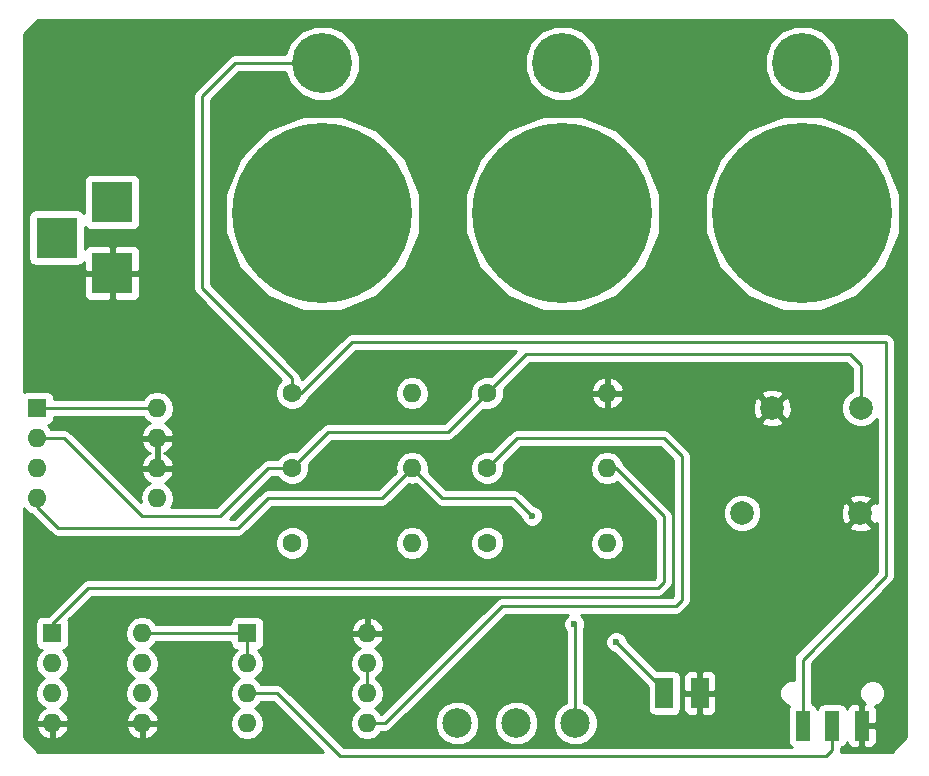
<source format=gbr>
G04 #@! TF.FileFunction,Copper,L1,Top,Signal*
%FSLAX46Y46*%
G04 Gerber Fmt 4.6, Leading zero omitted, Abs format (unit mm)*
G04 Created by KiCad (PCBNEW 4.0.7) date 01/14/20 09:17:38*
%MOMM*%
%LPD*%
G01*
G04 APERTURE LIST*
%ADD10C,0.100000*%
%ADD11R,1.600000X1.600000*%
%ADD12O,1.600000X1.600000*%
%ADD13C,2.000000*%
%ADD14R,1.500000X2.600000*%
%ADD15C,15.240000*%
%ADD16C,5.080000*%
%ADD17R,3.500000X3.500000*%
%ADD18C,1.600000*%
%ADD19C,2.500000*%
%ADD20R,1.250000X2.500000*%
%ADD21C,0.600000*%
%ADD22C,0.250000*%
%ADD23C,0.254000*%
G04 APERTURE END LIST*
D10*
D11*
X121920000Y-113030000D03*
D12*
X129540000Y-120650000D03*
X121920000Y-115570000D03*
X129540000Y-118110000D03*
X121920000Y-118110000D03*
X129540000Y-115570000D03*
X121920000Y-120650000D03*
X129540000Y-113030000D03*
D13*
X182880000Y-93980000D03*
X190380000Y-93980000D03*
X180340000Y-102870000D03*
X190340000Y-102870000D03*
D11*
X138430000Y-113030000D03*
D12*
X148590000Y-120650000D03*
X138430000Y-115570000D03*
X148590000Y-118110000D03*
X138430000Y-118110000D03*
X148590000Y-115570000D03*
X138430000Y-120650000D03*
X148590000Y-113030000D03*
D14*
X173760000Y-118110000D03*
X176760000Y-118110000D03*
D15*
X144780000Y-77470000D03*
D16*
X144780000Y-64770000D03*
D15*
X165100000Y-77470000D03*
D16*
X165100000Y-64770000D03*
D15*
X185420000Y-77470000D03*
D16*
X185420000Y-64770000D03*
D17*
X127000000Y-82550000D03*
X127000000Y-76550000D03*
X122300000Y-79550000D03*
D11*
X120650000Y-93980000D03*
D12*
X130810000Y-101600000D03*
X120650000Y-96520000D03*
X130810000Y-99060000D03*
X120650000Y-99060000D03*
X130810000Y-96520000D03*
X120650000Y-101600000D03*
X130810000Y-93980000D03*
D18*
X142240000Y-92710000D03*
D12*
X152400000Y-92710000D03*
D18*
X158750000Y-92710000D03*
D12*
X168910000Y-92710000D03*
D18*
X142240000Y-99060000D03*
D12*
X152400000Y-99060000D03*
D18*
X158750000Y-99060000D03*
D12*
X168910000Y-99060000D03*
D18*
X142240000Y-105410000D03*
D12*
X152400000Y-105410000D03*
D18*
X158750000Y-105410000D03*
D12*
X168910000Y-105410000D03*
D19*
X161210000Y-120650000D03*
X166210000Y-120650000D03*
X156210000Y-120650000D03*
D20*
X190460000Y-120860000D03*
X187960000Y-120860000D03*
X185460000Y-120860000D03*
D21*
X169672000Y-113792000D03*
X152400000Y-105410000D03*
X162560000Y-103124000D03*
X166116000Y-112268000D03*
D22*
X121920000Y-113030000D02*
X121920000Y-112268000D01*
X121920000Y-112268000D02*
X124968000Y-109220000D01*
X124968000Y-109220000D02*
X173228000Y-109220000D01*
X173228000Y-109220000D02*
X173736000Y-108712000D01*
X173736000Y-108712000D02*
X173736000Y-103124000D01*
X173736000Y-103124000D02*
X169672000Y-99060000D01*
X169672000Y-99060000D02*
X168910000Y-99060000D01*
X138430000Y-115570000D02*
X138430000Y-113030000D01*
X129540000Y-113030000D02*
X138430000Y-113030000D01*
X120650000Y-96520000D02*
X122936000Y-96520000D01*
X140208000Y-99060000D02*
X142240000Y-99060000D01*
X136144000Y-103124000D02*
X140208000Y-99060000D01*
X129540000Y-103124000D02*
X136144000Y-103124000D01*
X122936000Y-96520000D02*
X129540000Y-103124000D01*
X158750000Y-92710000D02*
X155448000Y-96012000D01*
X145288000Y-96012000D02*
X142240000Y-99060000D01*
X155448000Y-96012000D02*
X145288000Y-96012000D01*
X190380000Y-93980000D02*
X190380000Y-90304000D01*
X162052000Y-89408000D02*
X158750000Y-92710000D01*
X189484000Y-89408000D02*
X162052000Y-89408000D01*
X190380000Y-90304000D02*
X189484000Y-89408000D01*
X148590000Y-120650000D02*
X150114000Y-120650000D01*
X161290000Y-96520000D02*
X158750000Y-99060000D01*
X173736000Y-96520000D02*
X161290000Y-96520000D01*
X175260000Y-98044000D02*
X173736000Y-96520000D01*
X175260000Y-110236000D02*
X175260000Y-98044000D01*
X174752000Y-110744000D02*
X175260000Y-110236000D01*
X160020000Y-110744000D02*
X174752000Y-110744000D01*
X150114000Y-120650000D02*
X160020000Y-110744000D01*
X148590000Y-118110000D02*
X148590000Y-115570000D01*
X138430000Y-118110000D02*
X140970000Y-118110000D01*
X187960000Y-122936000D02*
X187960000Y-120860000D01*
X187452000Y-123444000D02*
X187960000Y-122936000D01*
X146304000Y-123444000D02*
X187452000Y-123444000D01*
X140970000Y-118110000D02*
X146304000Y-123444000D01*
X173760000Y-118110000D02*
X173760000Y-117880000D01*
X173760000Y-117880000D02*
X169672000Y-113792000D01*
X185460000Y-120860000D02*
X185460000Y-115276000D01*
X147320000Y-88392000D02*
X143002000Y-92710000D01*
X192532000Y-88392000D02*
X147320000Y-88392000D01*
X192532000Y-108204000D02*
X192532000Y-88392000D01*
X185460000Y-115276000D02*
X192532000Y-108204000D01*
X143002000Y-92710000D02*
X142240000Y-92710000D01*
X142240000Y-92710000D02*
X142240000Y-91440000D01*
X137414000Y-64770000D02*
X144780000Y-64770000D01*
X134620000Y-67564000D02*
X137414000Y-64770000D01*
X134620000Y-83820000D02*
X134620000Y-67564000D01*
X142240000Y-91440000D02*
X134620000Y-83820000D01*
X120650000Y-93980000D02*
X130810000Y-93980000D01*
X166210000Y-120650000D02*
X166210000Y-112362000D01*
X154940000Y-101600000D02*
X152400000Y-99060000D01*
X161036000Y-101600000D02*
X154940000Y-101600000D01*
X162560000Y-103124000D02*
X161036000Y-101600000D01*
X166210000Y-112362000D02*
X166116000Y-112268000D01*
X120650000Y-101600000D02*
X120650000Y-102362000D01*
X120650000Y-102362000D02*
X122428000Y-104140000D01*
X122428000Y-104140000D02*
X137668000Y-104140000D01*
X137668000Y-104140000D02*
X140208000Y-101600000D01*
X140208000Y-101600000D02*
X149860000Y-101600000D01*
X149860000Y-101600000D02*
X152400000Y-99060000D01*
D23*
G36*
X194183000Y-62282606D02*
X194183000Y-121867394D01*
X192987394Y-123063000D01*
X188694738Y-123063000D01*
X188720000Y-122936000D01*
X188720000Y-122732038D01*
X188820317Y-122713162D01*
X189036441Y-122574090D01*
X189181431Y-122361890D01*
X189204609Y-122247436D01*
X189296673Y-122469699D01*
X189475302Y-122648327D01*
X189708691Y-122745000D01*
X190174250Y-122745000D01*
X190333000Y-122586250D01*
X190333000Y-120987000D01*
X190587000Y-120987000D01*
X190587000Y-122586250D01*
X190745750Y-122745000D01*
X191211309Y-122745000D01*
X191444698Y-122648327D01*
X191623327Y-122469699D01*
X191720000Y-122236310D01*
X191720000Y-121145750D01*
X191561250Y-120987000D01*
X190587000Y-120987000D01*
X190333000Y-120987000D01*
X190313000Y-120987000D01*
X190313000Y-120733000D01*
X190333000Y-120733000D01*
X190333000Y-119133750D01*
X190174250Y-118975000D01*
X189708691Y-118975000D01*
X189475302Y-119071673D01*
X189296673Y-119250301D01*
X189205964Y-119469292D01*
X189188162Y-119374683D01*
X189049090Y-119158559D01*
X188836890Y-119013569D01*
X188585000Y-118962560D01*
X187335000Y-118962560D01*
X187099683Y-119006838D01*
X186883559Y-119145910D01*
X186738569Y-119358110D01*
X186710824Y-119495120D01*
X186688162Y-119374683D01*
X186549090Y-119158559D01*
X186336890Y-119013569D01*
X186220000Y-118989898D01*
X186220000Y-118324873D01*
X190274812Y-118324873D01*
X190439646Y-118723800D01*
X190718055Y-119002695D01*
X190587000Y-119133750D01*
X190587000Y-120733000D01*
X191561250Y-120733000D01*
X191720000Y-120574250D01*
X191720000Y-119483690D01*
X191623327Y-119250301D01*
X191568208Y-119195182D01*
X191574873Y-119195188D01*
X191973800Y-119030354D01*
X192279282Y-118725405D01*
X192444811Y-118326767D01*
X192445188Y-117895127D01*
X192280354Y-117496200D01*
X191975405Y-117190718D01*
X191576767Y-117025189D01*
X191145127Y-117024812D01*
X190746200Y-117189646D01*
X190440718Y-117494595D01*
X190275189Y-117893233D01*
X190274812Y-118324873D01*
X186220000Y-118324873D01*
X186220000Y-115590802D01*
X193069401Y-108741401D01*
X193234148Y-108494840D01*
X193292000Y-108204000D01*
X193292000Y-88392000D01*
X193234148Y-88101161D01*
X193069401Y-87854599D01*
X192822839Y-87689852D01*
X192532000Y-87632000D01*
X147320000Y-87632000D01*
X147029161Y-87689852D01*
X146782599Y-87854599D01*
X143098434Y-91538764D01*
X143053923Y-91494176D01*
X143000000Y-91471785D01*
X143000000Y-91440000D01*
X142942148Y-91149161D01*
X142942148Y-91149160D01*
X142777401Y-90902599D01*
X135380000Y-83505198D01*
X135380000Y-79104817D01*
X136523570Y-79104817D01*
X137777671Y-82139973D01*
X140097813Y-84464168D01*
X143130775Y-85723564D01*
X146414817Y-85726430D01*
X149449973Y-84472329D01*
X151774168Y-82152187D01*
X153033564Y-79119225D01*
X153033576Y-79104817D01*
X156843570Y-79104817D01*
X158097671Y-82139973D01*
X160417813Y-84464168D01*
X163450775Y-85723564D01*
X166734817Y-85726430D01*
X169769973Y-84472329D01*
X172094168Y-82152187D01*
X173353564Y-79119225D01*
X173353576Y-79104817D01*
X177163570Y-79104817D01*
X178417671Y-82139973D01*
X180737813Y-84464168D01*
X183770775Y-85723564D01*
X187054817Y-85726430D01*
X190089973Y-84472329D01*
X192414168Y-82152187D01*
X193673564Y-79119225D01*
X193676430Y-75835183D01*
X192422329Y-72800027D01*
X190102187Y-70475832D01*
X187069225Y-69216436D01*
X183785183Y-69213570D01*
X180750027Y-70467671D01*
X178425832Y-72787813D01*
X177166436Y-75820775D01*
X177163570Y-79104817D01*
X173353576Y-79104817D01*
X173356430Y-75835183D01*
X172102329Y-72800027D01*
X169782187Y-70475832D01*
X166749225Y-69216436D01*
X163465183Y-69213570D01*
X160430027Y-70467671D01*
X158105832Y-72787813D01*
X156846436Y-75820775D01*
X156843570Y-79104817D01*
X153033576Y-79104817D01*
X153036430Y-75835183D01*
X151782329Y-72800027D01*
X149462187Y-70475832D01*
X146429225Y-69216436D01*
X143145183Y-69213570D01*
X140110027Y-70467671D01*
X137785832Y-72787813D01*
X136526436Y-75820775D01*
X136523570Y-79104817D01*
X135380000Y-79104817D01*
X135380000Y-67878802D01*
X137728802Y-65530000D01*
X141658671Y-65530000D01*
X142086796Y-66566143D01*
X142979159Y-67460065D01*
X144145683Y-67944448D01*
X145408776Y-67945550D01*
X146576143Y-67463204D01*
X147470065Y-66570841D01*
X147954448Y-65404317D01*
X147954452Y-65398776D01*
X161924450Y-65398776D01*
X162406796Y-66566143D01*
X163299159Y-67460065D01*
X164465683Y-67944448D01*
X165728776Y-67945550D01*
X166896143Y-67463204D01*
X167790065Y-66570841D01*
X168274448Y-65404317D01*
X168274452Y-65398776D01*
X182244450Y-65398776D01*
X182726796Y-66566143D01*
X183619159Y-67460065D01*
X184785683Y-67944448D01*
X186048776Y-67945550D01*
X187216143Y-67463204D01*
X188110065Y-66570841D01*
X188594448Y-65404317D01*
X188595550Y-64141224D01*
X188113204Y-62973857D01*
X187220841Y-62079935D01*
X186054317Y-61595552D01*
X184791224Y-61594450D01*
X183623857Y-62076796D01*
X182729935Y-62969159D01*
X182245552Y-64135683D01*
X182244450Y-65398776D01*
X168274452Y-65398776D01*
X168275550Y-64141224D01*
X167793204Y-62973857D01*
X166900841Y-62079935D01*
X165734317Y-61595552D01*
X164471224Y-61594450D01*
X163303857Y-62076796D01*
X162409935Y-62969159D01*
X161925552Y-64135683D01*
X161924450Y-65398776D01*
X147954452Y-65398776D01*
X147955550Y-64141224D01*
X147473204Y-62973857D01*
X146580841Y-62079935D01*
X145414317Y-61595552D01*
X144151224Y-61594450D01*
X142983857Y-62076796D01*
X142089935Y-62969159D01*
X141657740Y-64010000D01*
X137414000Y-64010000D01*
X137123161Y-64067852D01*
X136876599Y-64232599D01*
X134082599Y-67026599D01*
X133917852Y-67273161D01*
X133860000Y-67564000D01*
X133860000Y-83820000D01*
X133917852Y-84110839D01*
X134082599Y-84357401D01*
X141322986Y-91597788D01*
X141024176Y-91896077D01*
X140805250Y-92423309D01*
X140804752Y-92994187D01*
X141022757Y-93521800D01*
X141426077Y-93925824D01*
X141953309Y-94144750D01*
X142524187Y-94145248D01*
X143051800Y-93927243D01*
X143455824Y-93523923D01*
X143592833Y-93193969D01*
X144076802Y-92710000D01*
X150936887Y-92710000D01*
X151046120Y-93259151D01*
X151357189Y-93724698D01*
X151822736Y-94035767D01*
X152371887Y-94145000D01*
X152428113Y-94145000D01*
X152977264Y-94035767D01*
X153442811Y-93724698D01*
X153753880Y-93259151D01*
X153863113Y-92710000D01*
X153753880Y-92160849D01*
X153442811Y-91695302D01*
X152977264Y-91384233D01*
X152428113Y-91275000D01*
X152371887Y-91275000D01*
X151822736Y-91384233D01*
X151357189Y-91695302D01*
X151046120Y-92160849D01*
X150936887Y-92710000D01*
X144076802Y-92710000D01*
X147634802Y-89152000D01*
X161233198Y-89152000D01*
X159088454Y-91296744D01*
X159036691Y-91275250D01*
X158465813Y-91274752D01*
X157938200Y-91492757D01*
X157534176Y-91896077D01*
X157315250Y-92423309D01*
X157314752Y-92994187D01*
X157337049Y-93048149D01*
X155133198Y-95252000D01*
X145288000Y-95252000D01*
X144997161Y-95309852D01*
X144750599Y-95474599D01*
X142578454Y-97646744D01*
X142526691Y-97625250D01*
X141955813Y-97624752D01*
X141428200Y-97842757D01*
X141024176Y-98246077D01*
X141001785Y-98300000D01*
X140208000Y-98300000D01*
X139917161Y-98357852D01*
X139670599Y-98522599D01*
X135829198Y-102364000D01*
X132020322Y-102364000D01*
X132163880Y-102149151D01*
X132273113Y-101600000D01*
X132163880Y-101050849D01*
X131852811Y-100585302D01*
X131448297Y-100315014D01*
X131665134Y-100212389D01*
X132041041Y-99797423D01*
X132201904Y-99409039D01*
X132079915Y-99187000D01*
X130937000Y-99187000D01*
X130937000Y-99207000D01*
X130683000Y-99207000D01*
X130683000Y-99187000D01*
X129540085Y-99187000D01*
X129418096Y-99409039D01*
X129578959Y-99797423D01*
X129954866Y-100212389D01*
X130171703Y-100315014D01*
X129767189Y-100585302D01*
X129456120Y-101050849D01*
X129346887Y-101600000D01*
X129410474Y-101919672D01*
X124359841Y-96869039D01*
X129418096Y-96869039D01*
X129578959Y-97257423D01*
X129954866Y-97672389D01*
X130203367Y-97790000D01*
X129954866Y-97907611D01*
X129578959Y-98322577D01*
X129418096Y-98710961D01*
X129540085Y-98933000D01*
X130683000Y-98933000D01*
X130683000Y-96647000D01*
X130937000Y-96647000D01*
X130937000Y-98933000D01*
X132079915Y-98933000D01*
X132201904Y-98710961D01*
X132041041Y-98322577D01*
X131665134Y-97907611D01*
X131416633Y-97790000D01*
X131665134Y-97672389D01*
X132041041Y-97257423D01*
X132201904Y-96869039D01*
X132079915Y-96647000D01*
X130937000Y-96647000D01*
X130683000Y-96647000D01*
X129540085Y-96647000D01*
X129418096Y-96869039D01*
X124359841Y-96869039D01*
X123473401Y-95982599D01*
X123226839Y-95817852D01*
X122936000Y-95760000D01*
X121862995Y-95760000D01*
X121692811Y-95505302D01*
X121548535Y-95408899D01*
X121685317Y-95383162D01*
X121901441Y-95244090D01*
X122046431Y-95031890D01*
X122097440Y-94780000D01*
X122097440Y-94740000D01*
X129597005Y-94740000D01*
X129767189Y-94994698D01*
X130171703Y-95264986D01*
X129954866Y-95367611D01*
X129578959Y-95782577D01*
X129418096Y-96170961D01*
X129540085Y-96393000D01*
X130683000Y-96393000D01*
X130683000Y-96373000D01*
X130937000Y-96373000D01*
X130937000Y-96393000D01*
X132079915Y-96393000D01*
X132201904Y-96170961D01*
X132041041Y-95782577D01*
X131665134Y-95367611D01*
X131448297Y-95264986D01*
X131852811Y-94994698D01*
X132163880Y-94529151D01*
X132273113Y-93980000D01*
X132163880Y-93430849D01*
X131852811Y-92965302D01*
X131387264Y-92654233D01*
X130838113Y-92545000D01*
X130781887Y-92545000D01*
X130232736Y-92654233D01*
X129767189Y-92965302D01*
X129597005Y-93220000D01*
X122097440Y-93220000D01*
X122097440Y-93180000D01*
X122053162Y-92944683D01*
X121914090Y-92728559D01*
X121701890Y-92583569D01*
X121450000Y-92532560D01*
X119850000Y-92532560D01*
X119614683Y-92576838D01*
X119507000Y-92646130D01*
X119507000Y-82835750D01*
X124615000Y-82835750D01*
X124615000Y-84426309D01*
X124711673Y-84659698D01*
X124890301Y-84838327D01*
X125123690Y-84935000D01*
X126714250Y-84935000D01*
X126873000Y-84776250D01*
X126873000Y-82677000D01*
X127127000Y-82677000D01*
X127127000Y-84776250D01*
X127285750Y-84935000D01*
X128876310Y-84935000D01*
X129109699Y-84838327D01*
X129288327Y-84659698D01*
X129385000Y-84426309D01*
X129385000Y-82835750D01*
X129226250Y-82677000D01*
X127127000Y-82677000D01*
X126873000Y-82677000D01*
X124773750Y-82677000D01*
X124615000Y-82835750D01*
X119507000Y-82835750D01*
X119507000Y-77800000D01*
X119902560Y-77800000D01*
X119902560Y-81300000D01*
X119946838Y-81535317D01*
X120085910Y-81751441D01*
X120298110Y-81896431D01*
X120550000Y-81947440D01*
X124050000Y-81947440D01*
X124285317Y-81903162D01*
X124501441Y-81764090D01*
X124615000Y-81597891D01*
X124615000Y-82264250D01*
X124773750Y-82423000D01*
X126873000Y-82423000D01*
X126873000Y-80323750D01*
X127127000Y-80323750D01*
X127127000Y-82423000D01*
X129226250Y-82423000D01*
X129385000Y-82264250D01*
X129385000Y-80673691D01*
X129288327Y-80440302D01*
X129109699Y-80261673D01*
X128876310Y-80165000D01*
X127285750Y-80165000D01*
X127127000Y-80323750D01*
X126873000Y-80323750D01*
X126714250Y-80165000D01*
X125123690Y-80165000D01*
X124890301Y-80261673D01*
X124711673Y-80440302D01*
X124697440Y-80474663D01*
X124697440Y-78613955D01*
X124785910Y-78751441D01*
X124998110Y-78896431D01*
X125250000Y-78947440D01*
X128750000Y-78947440D01*
X128985317Y-78903162D01*
X129201441Y-78764090D01*
X129346431Y-78551890D01*
X129397440Y-78300000D01*
X129397440Y-74800000D01*
X129353162Y-74564683D01*
X129214090Y-74348559D01*
X129001890Y-74203569D01*
X128750000Y-74152560D01*
X125250000Y-74152560D01*
X125014683Y-74196838D01*
X124798559Y-74335910D01*
X124653569Y-74548110D01*
X124602560Y-74800000D01*
X124602560Y-77486045D01*
X124514090Y-77348559D01*
X124301890Y-77203569D01*
X124050000Y-77152560D01*
X120550000Y-77152560D01*
X120314683Y-77196838D01*
X120098559Y-77335910D01*
X119953569Y-77548110D01*
X119902560Y-77800000D01*
X119507000Y-77800000D01*
X119507000Y-62282606D01*
X120702606Y-61087000D01*
X192987394Y-61087000D01*
X194183000Y-62282606D01*
X194183000Y-62282606D01*
G37*
X194183000Y-62282606D02*
X194183000Y-121867394D01*
X192987394Y-123063000D01*
X188694738Y-123063000D01*
X188720000Y-122936000D01*
X188720000Y-122732038D01*
X188820317Y-122713162D01*
X189036441Y-122574090D01*
X189181431Y-122361890D01*
X189204609Y-122247436D01*
X189296673Y-122469699D01*
X189475302Y-122648327D01*
X189708691Y-122745000D01*
X190174250Y-122745000D01*
X190333000Y-122586250D01*
X190333000Y-120987000D01*
X190587000Y-120987000D01*
X190587000Y-122586250D01*
X190745750Y-122745000D01*
X191211309Y-122745000D01*
X191444698Y-122648327D01*
X191623327Y-122469699D01*
X191720000Y-122236310D01*
X191720000Y-121145750D01*
X191561250Y-120987000D01*
X190587000Y-120987000D01*
X190333000Y-120987000D01*
X190313000Y-120987000D01*
X190313000Y-120733000D01*
X190333000Y-120733000D01*
X190333000Y-119133750D01*
X190174250Y-118975000D01*
X189708691Y-118975000D01*
X189475302Y-119071673D01*
X189296673Y-119250301D01*
X189205964Y-119469292D01*
X189188162Y-119374683D01*
X189049090Y-119158559D01*
X188836890Y-119013569D01*
X188585000Y-118962560D01*
X187335000Y-118962560D01*
X187099683Y-119006838D01*
X186883559Y-119145910D01*
X186738569Y-119358110D01*
X186710824Y-119495120D01*
X186688162Y-119374683D01*
X186549090Y-119158559D01*
X186336890Y-119013569D01*
X186220000Y-118989898D01*
X186220000Y-118324873D01*
X190274812Y-118324873D01*
X190439646Y-118723800D01*
X190718055Y-119002695D01*
X190587000Y-119133750D01*
X190587000Y-120733000D01*
X191561250Y-120733000D01*
X191720000Y-120574250D01*
X191720000Y-119483690D01*
X191623327Y-119250301D01*
X191568208Y-119195182D01*
X191574873Y-119195188D01*
X191973800Y-119030354D01*
X192279282Y-118725405D01*
X192444811Y-118326767D01*
X192445188Y-117895127D01*
X192280354Y-117496200D01*
X191975405Y-117190718D01*
X191576767Y-117025189D01*
X191145127Y-117024812D01*
X190746200Y-117189646D01*
X190440718Y-117494595D01*
X190275189Y-117893233D01*
X190274812Y-118324873D01*
X186220000Y-118324873D01*
X186220000Y-115590802D01*
X193069401Y-108741401D01*
X193234148Y-108494840D01*
X193292000Y-108204000D01*
X193292000Y-88392000D01*
X193234148Y-88101161D01*
X193069401Y-87854599D01*
X192822839Y-87689852D01*
X192532000Y-87632000D01*
X147320000Y-87632000D01*
X147029161Y-87689852D01*
X146782599Y-87854599D01*
X143098434Y-91538764D01*
X143053923Y-91494176D01*
X143000000Y-91471785D01*
X143000000Y-91440000D01*
X142942148Y-91149161D01*
X142942148Y-91149160D01*
X142777401Y-90902599D01*
X135380000Y-83505198D01*
X135380000Y-79104817D01*
X136523570Y-79104817D01*
X137777671Y-82139973D01*
X140097813Y-84464168D01*
X143130775Y-85723564D01*
X146414817Y-85726430D01*
X149449973Y-84472329D01*
X151774168Y-82152187D01*
X153033564Y-79119225D01*
X153033576Y-79104817D01*
X156843570Y-79104817D01*
X158097671Y-82139973D01*
X160417813Y-84464168D01*
X163450775Y-85723564D01*
X166734817Y-85726430D01*
X169769973Y-84472329D01*
X172094168Y-82152187D01*
X173353564Y-79119225D01*
X173353576Y-79104817D01*
X177163570Y-79104817D01*
X178417671Y-82139973D01*
X180737813Y-84464168D01*
X183770775Y-85723564D01*
X187054817Y-85726430D01*
X190089973Y-84472329D01*
X192414168Y-82152187D01*
X193673564Y-79119225D01*
X193676430Y-75835183D01*
X192422329Y-72800027D01*
X190102187Y-70475832D01*
X187069225Y-69216436D01*
X183785183Y-69213570D01*
X180750027Y-70467671D01*
X178425832Y-72787813D01*
X177166436Y-75820775D01*
X177163570Y-79104817D01*
X173353576Y-79104817D01*
X173356430Y-75835183D01*
X172102329Y-72800027D01*
X169782187Y-70475832D01*
X166749225Y-69216436D01*
X163465183Y-69213570D01*
X160430027Y-70467671D01*
X158105832Y-72787813D01*
X156846436Y-75820775D01*
X156843570Y-79104817D01*
X153033576Y-79104817D01*
X153036430Y-75835183D01*
X151782329Y-72800027D01*
X149462187Y-70475832D01*
X146429225Y-69216436D01*
X143145183Y-69213570D01*
X140110027Y-70467671D01*
X137785832Y-72787813D01*
X136526436Y-75820775D01*
X136523570Y-79104817D01*
X135380000Y-79104817D01*
X135380000Y-67878802D01*
X137728802Y-65530000D01*
X141658671Y-65530000D01*
X142086796Y-66566143D01*
X142979159Y-67460065D01*
X144145683Y-67944448D01*
X145408776Y-67945550D01*
X146576143Y-67463204D01*
X147470065Y-66570841D01*
X147954448Y-65404317D01*
X147954452Y-65398776D01*
X161924450Y-65398776D01*
X162406796Y-66566143D01*
X163299159Y-67460065D01*
X164465683Y-67944448D01*
X165728776Y-67945550D01*
X166896143Y-67463204D01*
X167790065Y-66570841D01*
X168274448Y-65404317D01*
X168274452Y-65398776D01*
X182244450Y-65398776D01*
X182726796Y-66566143D01*
X183619159Y-67460065D01*
X184785683Y-67944448D01*
X186048776Y-67945550D01*
X187216143Y-67463204D01*
X188110065Y-66570841D01*
X188594448Y-65404317D01*
X188595550Y-64141224D01*
X188113204Y-62973857D01*
X187220841Y-62079935D01*
X186054317Y-61595552D01*
X184791224Y-61594450D01*
X183623857Y-62076796D01*
X182729935Y-62969159D01*
X182245552Y-64135683D01*
X182244450Y-65398776D01*
X168274452Y-65398776D01*
X168275550Y-64141224D01*
X167793204Y-62973857D01*
X166900841Y-62079935D01*
X165734317Y-61595552D01*
X164471224Y-61594450D01*
X163303857Y-62076796D01*
X162409935Y-62969159D01*
X161925552Y-64135683D01*
X161924450Y-65398776D01*
X147954452Y-65398776D01*
X147955550Y-64141224D01*
X147473204Y-62973857D01*
X146580841Y-62079935D01*
X145414317Y-61595552D01*
X144151224Y-61594450D01*
X142983857Y-62076796D01*
X142089935Y-62969159D01*
X141657740Y-64010000D01*
X137414000Y-64010000D01*
X137123161Y-64067852D01*
X136876599Y-64232599D01*
X134082599Y-67026599D01*
X133917852Y-67273161D01*
X133860000Y-67564000D01*
X133860000Y-83820000D01*
X133917852Y-84110839D01*
X134082599Y-84357401D01*
X141322986Y-91597788D01*
X141024176Y-91896077D01*
X140805250Y-92423309D01*
X140804752Y-92994187D01*
X141022757Y-93521800D01*
X141426077Y-93925824D01*
X141953309Y-94144750D01*
X142524187Y-94145248D01*
X143051800Y-93927243D01*
X143455824Y-93523923D01*
X143592833Y-93193969D01*
X144076802Y-92710000D01*
X150936887Y-92710000D01*
X151046120Y-93259151D01*
X151357189Y-93724698D01*
X151822736Y-94035767D01*
X152371887Y-94145000D01*
X152428113Y-94145000D01*
X152977264Y-94035767D01*
X153442811Y-93724698D01*
X153753880Y-93259151D01*
X153863113Y-92710000D01*
X153753880Y-92160849D01*
X153442811Y-91695302D01*
X152977264Y-91384233D01*
X152428113Y-91275000D01*
X152371887Y-91275000D01*
X151822736Y-91384233D01*
X151357189Y-91695302D01*
X151046120Y-92160849D01*
X150936887Y-92710000D01*
X144076802Y-92710000D01*
X147634802Y-89152000D01*
X161233198Y-89152000D01*
X159088454Y-91296744D01*
X159036691Y-91275250D01*
X158465813Y-91274752D01*
X157938200Y-91492757D01*
X157534176Y-91896077D01*
X157315250Y-92423309D01*
X157314752Y-92994187D01*
X157337049Y-93048149D01*
X155133198Y-95252000D01*
X145288000Y-95252000D01*
X144997161Y-95309852D01*
X144750599Y-95474599D01*
X142578454Y-97646744D01*
X142526691Y-97625250D01*
X141955813Y-97624752D01*
X141428200Y-97842757D01*
X141024176Y-98246077D01*
X141001785Y-98300000D01*
X140208000Y-98300000D01*
X139917161Y-98357852D01*
X139670599Y-98522599D01*
X135829198Y-102364000D01*
X132020322Y-102364000D01*
X132163880Y-102149151D01*
X132273113Y-101600000D01*
X132163880Y-101050849D01*
X131852811Y-100585302D01*
X131448297Y-100315014D01*
X131665134Y-100212389D01*
X132041041Y-99797423D01*
X132201904Y-99409039D01*
X132079915Y-99187000D01*
X130937000Y-99187000D01*
X130937000Y-99207000D01*
X130683000Y-99207000D01*
X130683000Y-99187000D01*
X129540085Y-99187000D01*
X129418096Y-99409039D01*
X129578959Y-99797423D01*
X129954866Y-100212389D01*
X130171703Y-100315014D01*
X129767189Y-100585302D01*
X129456120Y-101050849D01*
X129346887Y-101600000D01*
X129410474Y-101919672D01*
X124359841Y-96869039D01*
X129418096Y-96869039D01*
X129578959Y-97257423D01*
X129954866Y-97672389D01*
X130203367Y-97790000D01*
X129954866Y-97907611D01*
X129578959Y-98322577D01*
X129418096Y-98710961D01*
X129540085Y-98933000D01*
X130683000Y-98933000D01*
X130683000Y-96647000D01*
X130937000Y-96647000D01*
X130937000Y-98933000D01*
X132079915Y-98933000D01*
X132201904Y-98710961D01*
X132041041Y-98322577D01*
X131665134Y-97907611D01*
X131416633Y-97790000D01*
X131665134Y-97672389D01*
X132041041Y-97257423D01*
X132201904Y-96869039D01*
X132079915Y-96647000D01*
X130937000Y-96647000D01*
X130683000Y-96647000D01*
X129540085Y-96647000D01*
X129418096Y-96869039D01*
X124359841Y-96869039D01*
X123473401Y-95982599D01*
X123226839Y-95817852D01*
X122936000Y-95760000D01*
X121862995Y-95760000D01*
X121692811Y-95505302D01*
X121548535Y-95408899D01*
X121685317Y-95383162D01*
X121901441Y-95244090D01*
X122046431Y-95031890D01*
X122097440Y-94780000D01*
X122097440Y-94740000D01*
X129597005Y-94740000D01*
X129767189Y-94994698D01*
X130171703Y-95264986D01*
X129954866Y-95367611D01*
X129578959Y-95782577D01*
X129418096Y-96170961D01*
X129540085Y-96393000D01*
X130683000Y-96393000D01*
X130683000Y-96373000D01*
X130937000Y-96373000D01*
X130937000Y-96393000D01*
X132079915Y-96393000D01*
X132201904Y-96170961D01*
X132041041Y-95782577D01*
X131665134Y-95367611D01*
X131448297Y-95264986D01*
X131852811Y-94994698D01*
X132163880Y-94529151D01*
X132273113Y-93980000D01*
X132163880Y-93430849D01*
X131852811Y-92965302D01*
X131387264Y-92654233D01*
X130838113Y-92545000D01*
X130781887Y-92545000D01*
X130232736Y-92654233D01*
X129767189Y-92965302D01*
X129597005Y-93220000D01*
X122097440Y-93220000D01*
X122097440Y-93180000D01*
X122053162Y-92944683D01*
X121914090Y-92728559D01*
X121701890Y-92583569D01*
X121450000Y-92532560D01*
X119850000Y-92532560D01*
X119614683Y-92576838D01*
X119507000Y-92646130D01*
X119507000Y-82835750D01*
X124615000Y-82835750D01*
X124615000Y-84426309D01*
X124711673Y-84659698D01*
X124890301Y-84838327D01*
X125123690Y-84935000D01*
X126714250Y-84935000D01*
X126873000Y-84776250D01*
X126873000Y-82677000D01*
X127127000Y-82677000D01*
X127127000Y-84776250D01*
X127285750Y-84935000D01*
X128876310Y-84935000D01*
X129109699Y-84838327D01*
X129288327Y-84659698D01*
X129385000Y-84426309D01*
X129385000Y-82835750D01*
X129226250Y-82677000D01*
X127127000Y-82677000D01*
X126873000Y-82677000D01*
X124773750Y-82677000D01*
X124615000Y-82835750D01*
X119507000Y-82835750D01*
X119507000Y-77800000D01*
X119902560Y-77800000D01*
X119902560Y-81300000D01*
X119946838Y-81535317D01*
X120085910Y-81751441D01*
X120298110Y-81896431D01*
X120550000Y-81947440D01*
X124050000Y-81947440D01*
X124285317Y-81903162D01*
X124501441Y-81764090D01*
X124615000Y-81597891D01*
X124615000Y-82264250D01*
X124773750Y-82423000D01*
X126873000Y-82423000D01*
X126873000Y-80323750D01*
X127127000Y-80323750D01*
X127127000Y-82423000D01*
X129226250Y-82423000D01*
X129385000Y-82264250D01*
X129385000Y-80673691D01*
X129288327Y-80440302D01*
X129109699Y-80261673D01*
X128876310Y-80165000D01*
X127285750Y-80165000D01*
X127127000Y-80323750D01*
X126873000Y-80323750D01*
X126714250Y-80165000D01*
X125123690Y-80165000D01*
X124890301Y-80261673D01*
X124711673Y-80440302D01*
X124697440Y-80474663D01*
X124697440Y-78613955D01*
X124785910Y-78751441D01*
X124998110Y-78896431D01*
X125250000Y-78947440D01*
X128750000Y-78947440D01*
X128985317Y-78903162D01*
X129201441Y-78764090D01*
X129346431Y-78551890D01*
X129397440Y-78300000D01*
X129397440Y-74800000D01*
X129353162Y-74564683D01*
X129214090Y-74348559D01*
X129001890Y-74203569D01*
X128750000Y-74152560D01*
X125250000Y-74152560D01*
X125014683Y-74196838D01*
X124798559Y-74335910D01*
X124653569Y-74548110D01*
X124602560Y-74800000D01*
X124602560Y-77486045D01*
X124514090Y-77348559D01*
X124301890Y-77203569D01*
X124050000Y-77152560D01*
X120550000Y-77152560D01*
X120314683Y-77196838D01*
X120098559Y-77335910D01*
X119953569Y-77548110D01*
X119902560Y-77800000D01*
X119507000Y-77800000D01*
X119507000Y-62282606D01*
X120702606Y-61087000D01*
X192987394Y-61087000D01*
X194183000Y-62282606D01*
G36*
X189620000Y-90618802D02*
X189620000Y-92524953D01*
X189455057Y-92593106D01*
X188994722Y-93052637D01*
X188745284Y-93653352D01*
X188744716Y-94303795D01*
X188993106Y-94904943D01*
X189452637Y-95365278D01*
X190053352Y-95614716D01*
X190703795Y-95615284D01*
X191304943Y-95366894D01*
X191765278Y-94907363D01*
X191772000Y-94891175D01*
X191772000Y-102026187D01*
X191759387Y-101995736D01*
X191492532Y-101897073D01*
X190519605Y-102870000D01*
X191492532Y-103842927D01*
X191759387Y-103744264D01*
X191772000Y-103710314D01*
X191772000Y-107889198D01*
X184922599Y-114738599D01*
X184757852Y-114985161D01*
X184700000Y-115276000D01*
X184700000Y-117025122D01*
X184345127Y-117024812D01*
X183946200Y-117189646D01*
X183640718Y-117494595D01*
X183475189Y-117893233D01*
X183474812Y-118324873D01*
X183639646Y-118723800D01*
X183944595Y-119029282D01*
X184343233Y-119194811D01*
X184350142Y-119194817D01*
X184238569Y-119358110D01*
X184187560Y-119610000D01*
X184187560Y-122110000D01*
X184231838Y-122345317D01*
X184370910Y-122561441D01*
X184550281Y-122684000D01*
X146618802Y-122684000D01*
X141507401Y-117572599D01*
X141260839Y-117407852D01*
X140970000Y-117350000D01*
X139642995Y-117350000D01*
X139472811Y-117095302D01*
X139090725Y-116840000D01*
X139472811Y-116584698D01*
X139783880Y-116119151D01*
X139893113Y-115570000D01*
X147126887Y-115570000D01*
X147236120Y-116119151D01*
X147547189Y-116584698D01*
X147830000Y-116773667D01*
X147830000Y-116906333D01*
X147547189Y-117095302D01*
X147236120Y-117560849D01*
X147126887Y-118110000D01*
X147236120Y-118659151D01*
X147547189Y-119124698D01*
X147929275Y-119380000D01*
X147547189Y-119635302D01*
X147236120Y-120100849D01*
X147126887Y-120650000D01*
X147236120Y-121199151D01*
X147547189Y-121664698D01*
X148012736Y-121975767D01*
X148561887Y-122085000D01*
X148618113Y-122085000D01*
X149167264Y-121975767D01*
X149632811Y-121664698D01*
X149802995Y-121410000D01*
X150114000Y-121410000D01*
X150404839Y-121352148D01*
X150651401Y-121187401D01*
X150815497Y-121023305D01*
X154324674Y-121023305D01*
X154611043Y-121716372D01*
X155140839Y-122247093D01*
X155833405Y-122534672D01*
X156583305Y-122535326D01*
X157276372Y-122248957D01*
X157807093Y-121719161D01*
X158094672Y-121026595D01*
X158094674Y-121023305D01*
X159324674Y-121023305D01*
X159611043Y-121716372D01*
X160140839Y-122247093D01*
X160833405Y-122534672D01*
X161583305Y-122535326D01*
X162276372Y-122248957D01*
X162807093Y-121719161D01*
X163094672Y-121026595D01*
X163095326Y-120276695D01*
X162808957Y-119583628D01*
X162279161Y-119052907D01*
X161586595Y-118765328D01*
X160836695Y-118764674D01*
X160143628Y-119051043D01*
X159612907Y-119580839D01*
X159325328Y-120273405D01*
X159324674Y-121023305D01*
X158094674Y-121023305D01*
X158095326Y-120276695D01*
X157808957Y-119583628D01*
X157279161Y-119052907D01*
X156586595Y-118765328D01*
X155836695Y-118764674D01*
X155143628Y-119051043D01*
X154612907Y-119580839D01*
X154325328Y-120273405D01*
X154324674Y-121023305D01*
X150815497Y-121023305D01*
X160334802Y-111504000D01*
X165557889Y-111504000D01*
X165323808Y-111737673D01*
X165181162Y-112081201D01*
X165180838Y-112453167D01*
X165322883Y-112796943D01*
X165450000Y-112924282D01*
X165450000Y-118924453D01*
X165143628Y-119051043D01*
X164612907Y-119580839D01*
X164325328Y-120273405D01*
X164324674Y-121023305D01*
X164611043Y-121716372D01*
X165140839Y-122247093D01*
X165833405Y-122534672D01*
X166583305Y-122535326D01*
X167276372Y-122248957D01*
X167807093Y-121719161D01*
X168094672Y-121026595D01*
X168095326Y-120276695D01*
X167808957Y-119583628D01*
X167279161Y-119052907D01*
X166970000Y-118924532D01*
X166970000Y-113977167D01*
X168736838Y-113977167D01*
X168878883Y-114320943D01*
X169141673Y-114584192D01*
X169485201Y-114726838D01*
X169532077Y-114726879D01*
X172362560Y-117557362D01*
X172362560Y-119410000D01*
X172406838Y-119645317D01*
X172545910Y-119861441D01*
X172758110Y-120006431D01*
X173010000Y-120057440D01*
X174510000Y-120057440D01*
X174745317Y-120013162D01*
X174961441Y-119874090D01*
X175106431Y-119661890D01*
X175157440Y-119410000D01*
X175157440Y-118395750D01*
X175375000Y-118395750D01*
X175375000Y-119536310D01*
X175471673Y-119769699D01*
X175650302Y-119948327D01*
X175883691Y-120045000D01*
X176474250Y-120045000D01*
X176633000Y-119886250D01*
X176633000Y-118237000D01*
X176887000Y-118237000D01*
X176887000Y-119886250D01*
X177045750Y-120045000D01*
X177636309Y-120045000D01*
X177869698Y-119948327D01*
X178048327Y-119769699D01*
X178145000Y-119536310D01*
X178145000Y-118395750D01*
X177986250Y-118237000D01*
X176887000Y-118237000D01*
X176633000Y-118237000D01*
X175533750Y-118237000D01*
X175375000Y-118395750D01*
X175157440Y-118395750D01*
X175157440Y-116810000D01*
X175133674Y-116683690D01*
X175375000Y-116683690D01*
X175375000Y-117824250D01*
X175533750Y-117983000D01*
X176633000Y-117983000D01*
X176633000Y-116333750D01*
X176887000Y-116333750D01*
X176887000Y-117983000D01*
X177986250Y-117983000D01*
X178145000Y-117824250D01*
X178145000Y-116683690D01*
X178048327Y-116450301D01*
X177869698Y-116271673D01*
X177636309Y-116175000D01*
X177045750Y-116175000D01*
X176887000Y-116333750D01*
X176633000Y-116333750D01*
X176474250Y-116175000D01*
X175883691Y-116175000D01*
X175650302Y-116271673D01*
X175471673Y-116450301D01*
X175375000Y-116683690D01*
X175133674Y-116683690D01*
X175113162Y-116574683D01*
X174974090Y-116358559D01*
X174761890Y-116213569D01*
X174510000Y-116162560D01*
X173117362Y-116162560D01*
X170607122Y-113652320D01*
X170607162Y-113606833D01*
X170465117Y-113263057D01*
X170202327Y-112999808D01*
X169858799Y-112857162D01*
X169486833Y-112856838D01*
X169143057Y-112998883D01*
X168879808Y-113261673D01*
X168737162Y-113605201D01*
X168736838Y-113977167D01*
X166970000Y-113977167D01*
X166970000Y-112649478D01*
X167050838Y-112454799D01*
X167051162Y-112082833D01*
X166909117Y-111739057D01*
X166674470Y-111504000D01*
X174752000Y-111504000D01*
X175042839Y-111446148D01*
X175289401Y-111281401D01*
X175797401Y-110773401D01*
X175962147Y-110526840D01*
X175962148Y-110526839D01*
X176020000Y-110236000D01*
X176020000Y-103193795D01*
X178704716Y-103193795D01*
X178953106Y-103794943D01*
X179412637Y-104255278D01*
X180013352Y-104504716D01*
X180663795Y-104505284D01*
X181264943Y-104256894D01*
X181499715Y-104022532D01*
X189367073Y-104022532D01*
X189465736Y-104289387D01*
X190075461Y-104515908D01*
X190725460Y-104491856D01*
X191214264Y-104289387D01*
X191312927Y-104022532D01*
X190340000Y-103049605D01*
X189367073Y-104022532D01*
X181499715Y-104022532D01*
X181725278Y-103797363D01*
X181974716Y-103196648D01*
X181975232Y-102605461D01*
X188694092Y-102605461D01*
X188718144Y-103255460D01*
X188920613Y-103744264D01*
X189187468Y-103842927D01*
X190160395Y-102870000D01*
X189187468Y-101897073D01*
X188920613Y-101995736D01*
X188694092Y-102605461D01*
X181975232Y-102605461D01*
X181975284Y-102546205D01*
X181726894Y-101945057D01*
X181499703Y-101717468D01*
X189367073Y-101717468D01*
X190340000Y-102690395D01*
X191312927Y-101717468D01*
X191214264Y-101450613D01*
X190604539Y-101224092D01*
X189954540Y-101248144D01*
X189465736Y-101450613D01*
X189367073Y-101717468D01*
X181499703Y-101717468D01*
X181267363Y-101484722D01*
X180666648Y-101235284D01*
X180016205Y-101234716D01*
X179415057Y-101483106D01*
X178954722Y-101942637D01*
X178705284Y-102543352D01*
X178704716Y-103193795D01*
X176020000Y-103193795D01*
X176020000Y-98044000D01*
X175962148Y-97753161D01*
X175962148Y-97753160D01*
X175797401Y-97506599D01*
X174273401Y-95982599D01*
X174026839Y-95817852D01*
X173736000Y-95760000D01*
X161290000Y-95760000D01*
X161047414Y-95808254D01*
X160999160Y-95817852D01*
X160752599Y-95982599D01*
X159088454Y-97646744D01*
X159036691Y-97625250D01*
X158465813Y-97624752D01*
X157938200Y-97842757D01*
X157534176Y-98246077D01*
X157315250Y-98773309D01*
X157314752Y-99344187D01*
X157532757Y-99871800D01*
X157936077Y-100275824D01*
X158463309Y-100494750D01*
X159034187Y-100495248D01*
X159561800Y-100277243D01*
X159965824Y-99873923D01*
X160184750Y-99346691D01*
X160185248Y-98775813D01*
X160162951Y-98721851D01*
X161604802Y-97280000D01*
X173421198Y-97280000D01*
X174500000Y-98358802D01*
X174500000Y-109921198D01*
X174437198Y-109984000D01*
X160020000Y-109984000D01*
X159729161Y-110041852D01*
X159482599Y-110206599D01*
X149801474Y-119887724D01*
X149632811Y-119635302D01*
X149250725Y-119380000D01*
X149632811Y-119124698D01*
X149943880Y-118659151D01*
X150053113Y-118110000D01*
X149943880Y-117560849D01*
X149632811Y-117095302D01*
X149350000Y-116906333D01*
X149350000Y-116773667D01*
X149632811Y-116584698D01*
X149943880Y-116119151D01*
X150053113Y-115570000D01*
X149943880Y-115020849D01*
X149632811Y-114555302D01*
X149228297Y-114285014D01*
X149445134Y-114182389D01*
X149821041Y-113767423D01*
X149981904Y-113379039D01*
X149859915Y-113157000D01*
X148717000Y-113157000D01*
X148717000Y-113177000D01*
X148463000Y-113177000D01*
X148463000Y-113157000D01*
X147320085Y-113157000D01*
X147198096Y-113379039D01*
X147358959Y-113767423D01*
X147734866Y-114182389D01*
X147951703Y-114285014D01*
X147547189Y-114555302D01*
X147236120Y-115020849D01*
X147126887Y-115570000D01*
X139893113Y-115570000D01*
X139783880Y-115020849D01*
X139472811Y-114555302D01*
X139328535Y-114458899D01*
X139465317Y-114433162D01*
X139681441Y-114294090D01*
X139826431Y-114081890D01*
X139877440Y-113830000D01*
X139877440Y-112680961D01*
X147198096Y-112680961D01*
X147320085Y-112903000D01*
X148463000Y-112903000D01*
X148463000Y-111759371D01*
X148717000Y-111759371D01*
X148717000Y-112903000D01*
X149859915Y-112903000D01*
X149981904Y-112680961D01*
X149821041Y-112292577D01*
X149445134Y-111877611D01*
X148939041Y-111638086D01*
X148717000Y-111759371D01*
X148463000Y-111759371D01*
X148240959Y-111638086D01*
X147734866Y-111877611D01*
X147358959Y-112292577D01*
X147198096Y-112680961D01*
X139877440Y-112680961D01*
X139877440Y-112230000D01*
X139833162Y-111994683D01*
X139694090Y-111778559D01*
X139481890Y-111633569D01*
X139230000Y-111582560D01*
X137630000Y-111582560D01*
X137394683Y-111626838D01*
X137178559Y-111765910D01*
X137033569Y-111978110D01*
X136982560Y-112230000D01*
X136982560Y-112270000D01*
X130752995Y-112270000D01*
X130582811Y-112015302D01*
X130117264Y-111704233D01*
X129568113Y-111595000D01*
X129511887Y-111595000D01*
X128962736Y-111704233D01*
X128497189Y-112015302D01*
X128186120Y-112480849D01*
X128076887Y-113030000D01*
X128186120Y-113579151D01*
X128497189Y-114044698D01*
X128879275Y-114300000D01*
X128497189Y-114555302D01*
X128186120Y-115020849D01*
X128076887Y-115570000D01*
X128186120Y-116119151D01*
X128497189Y-116584698D01*
X128879275Y-116840000D01*
X128497189Y-117095302D01*
X128186120Y-117560849D01*
X128076887Y-118110000D01*
X128186120Y-118659151D01*
X128497189Y-119124698D01*
X128901703Y-119394986D01*
X128684866Y-119497611D01*
X128308959Y-119912577D01*
X128148096Y-120300961D01*
X128270085Y-120523000D01*
X129413000Y-120523000D01*
X129413000Y-120503000D01*
X129667000Y-120503000D01*
X129667000Y-120523000D01*
X130809915Y-120523000D01*
X130931904Y-120300961D01*
X130771041Y-119912577D01*
X130395134Y-119497611D01*
X130178297Y-119394986D01*
X130582811Y-119124698D01*
X130893880Y-118659151D01*
X131003113Y-118110000D01*
X130893880Y-117560849D01*
X130582811Y-117095302D01*
X130200725Y-116840000D01*
X130582811Y-116584698D01*
X130893880Y-116119151D01*
X131003113Y-115570000D01*
X130893880Y-115020849D01*
X130582811Y-114555302D01*
X130200725Y-114300000D01*
X130582811Y-114044698D01*
X130752995Y-113790000D01*
X136982560Y-113790000D01*
X136982560Y-113830000D01*
X137026838Y-114065317D01*
X137165910Y-114281441D01*
X137378110Y-114426431D01*
X137533089Y-114457815D01*
X137387189Y-114555302D01*
X137076120Y-115020849D01*
X136966887Y-115570000D01*
X137076120Y-116119151D01*
X137387189Y-116584698D01*
X137769275Y-116840000D01*
X137387189Y-117095302D01*
X137076120Y-117560849D01*
X136966887Y-118110000D01*
X137076120Y-118659151D01*
X137387189Y-119124698D01*
X137769275Y-119380000D01*
X137387189Y-119635302D01*
X137076120Y-120100849D01*
X136966887Y-120650000D01*
X137076120Y-121199151D01*
X137387189Y-121664698D01*
X137852736Y-121975767D01*
X138401887Y-122085000D01*
X138458113Y-122085000D01*
X139007264Y-121975767D01*
X139472811Y-121664698D01*
X139783880Y-121199151D01*
X139893113Y-120650000D01*
X139783880Y-120100849D01*
X139472811Y-119635302D01*
X139090725Y-119380000D01*
X139472811Y-119124698D01*
X139642995Y-118870000D01*
X140655198Y-118870000D01*
X144848198Y-123063000D01*
X120702606Y-123063000D01*
X119507000Y-121867394D01*
X119507000Y-120999039D01*
X120528096Y-120999039D01*
X120688959Y-121387423D01*
X121064866Y-121802389D01*
X121570959Y-122041914D01*
X121793000Y-121920629D01*
X121793000Y-120777000D01*
X122047000Y-120777000D01*
X122047000Y-121920629D01*
X122269041Y-122041914D01*
X122775134Y-121802389D01*
X123151041Y-121387423D01*
X123311904Y-120999039D01*
X128148096Y-120999039D01*
X128308959Y-121387423D01*
X128684866Y-121802389D01*
X129190959Y-122041914D01*
X129413000Y-121920629D01*
X129413000Y-120777000D01*
X129667000Y-120777000D01*
X129667000Y-121920629D01*
X129889041Y-122041914D01*
X130395134Y-121802389D01*
X130771041Y-121387423D01*
X130931904Y-120999039D01*
X130809915Y-120777000D01*
X129667000Y-120777000D01*
X129413000Y-120777000D01*
X128270085Y-120777000D01*
X128148096Y-120999039D01*
X123311904Y-120999039D01*
X123189915Y-120777000D01*
X122047000Y-120777000D01*
X121793000Y-120777000D01*
X120650085Y-120777000D01*
X120528096Y-120999039D01*
X119507000Y-120999039D01*
X119507000Y-115570000D01*
X120456887Y-115570000D01*
X120566120Y-116119151D01*
X120877189Y-116584698D01*
X121259275Y-116840000D01*
X120877189Y-117095302D01*
X120566120Y-117560849D01*
X120456887Y-118110000D01*
X120566120Y-118659151D01*
X120877189Y-119124698D01*
X121281703Y-119394986D01*
X121064866Y-119497611D01*
X120688959Y-119912577D01*
X120528096Y-120300961D01*
X120650085Y-120523000D01*
X121793000Y-120523000D01*
X121793000Y-120503000D01*
X122047000Y-120503000D01*
X122047000Y-120523000D01*
X123189915Y-120523000D01*
X123311904Y-120300961D01*
X123151041Y-119912577D01*
X122775134Y-119497611D01*
X122558297Y-119394986D01*
X122962811Y-119124698D01*
X123273880Y-118659151D01*
X123383113Y-118110000D01*
X123273880Y-117560849D01*
X122962811Y-117095302D01*
X122580725Y-116840000D01*
X122962811Y-116584698D01*
X123273880Y-116119151D01*
X123383113Y-115570000D01*
X123273880Y-115020849D01*
X122962811Y-114555302D01*
X122818535Y-114458899D01*
X122955317Y-114433162D01*
X123171441Y-114294090D01*
X123316431Y-114081890D01*
X123367440Y-113830000D01*
X123367440Y-112230000D01*
X123323162Y-111994683D01*
X123301611Y-111961191D01*
X125282802Y-109980000D01*
X173228000Y-109980000D01*
X173518839Y-109922148D01*
X173765401Y-109757401D01*
X174273401Y-109249401D01*
X174438147Y-109002840D01*
X174438148Y-109002839D01*
X174496000Y-108712000D01*
X174496000Y-103124000D01*
X174438148Y-102833161D01*
X174273401Y-102586599D01*
X170280325Y-98593523D01*
X170263880Y-98510849D01*
X169952811Y-98045302D01*
X169487264Y-97734233D01*
X168938113Y-97625000D01*
X168881887Y-97625000D01*
X168332736Y-97734233D01*
X167867189Y-98045302D01*
X167556120Y-98510849D01*
X167446887Y-99060000D01*
X167556120Y-99609151D01*
X167867189Y-100074698D01*
X168332736Y-100385767D01*
X168881887Y-100495000D01*
X168938113Y-100495000D01*
X169487264Y-100385767D01*
X169748448Y-100211250D01*
X172976000Y-103438802D01*
X172976000Y-108397198D01*
X172913198Y-108460000D01*
X124968000Y-108460000D01*
X124677161Y-108517852D01*
X124430599Y-108682599D01*
X121530638Y-111582560D01*
X121120000Y-111582560D01*
X120884683Y-111626838D01*
X120668559Y-111765910D01*
X120523569Y-111978110D01*
X120472560Y-112230000D01*
X120472560Y-113830000D01*
X120516838Y-114065317D01*
X120655910Y-114281441D01*
X120868110Y-114426431D01*
X121023089Y-114457815D01*
X120877189Y-114555302D01*
X120566120Y-115020849D01*
X120456887Y-115570000D01*
X119507000Y-115570000D01*
X119507000Y-105694187D01*
X140804752Y-105694187D01*
X141022757Y-106221800D01*
X141426077Y-106625824D01*
X141953309Y-106844750D01*
X142524187Y-106845248D01*
X143051800Y-106627243D01*
X143455824Y-106223923D01*
X143674750Y-105696691D01*
X143675000Y-105410000D01*
X150936887Y-105410000D01*
X151046120Y-105959151D01*
X151357189Y-106424698D01*
X151822736Y-106735767D01*
X152371887Y-106845000D01*
X152428113Y-106845000D01*
X152977264Y-106735767D01*
X153442811Y-106424698D01*
X153753880Y-105959151D01*
X153806584Y-105694187D01*
X157314752Y-105694187D01*
X157532757Y-106221800D01*
X157936077Y-106625824D01*
X158463309Y-106844750D01*
X159034187Y-106845248D01*
X159561800Y-106627243D01*
X159965824Y-106223923D01*
X160184750Y-105696691D01*
X160185000Y-105410000D01*
X167446887Y-105410000D01*
X167556120Y-105959151D01*
X167867189Y-106424698D01*
X168332736Y-106735767D01*
X168881887Y-106845000D01*
X168938113Y-106845000D01*
X169487264Y-106735767D01*
X169952811Y-106424698D01*
X170263880Y-105959151D01*
X170373113Y-105410000D01*
X170263880Y-104860849D01*
X169952811Y-104395302D01*
X169487264Y-104084233D01*
X168938113Y-103975000D01*
X168881887Y-103975000D01*
X168332736Y-104084233D01*
X167867189Y-104395302D01*
X167556120Y-104860849D01*
X167446887Y-105410000D01*
X160185000Y-105410000D01*
X160185248Y-105125813D01*
X159967243Y-104598200D01*
X159563923Y-104194176D01*
X159036691Y-103975250D01*
X158465813Y-103974752D01*
X157938200Y-104192757D01*
X157534176Y-104596077D01*
X157315250Y-105123309D01*
X157314752Y-105694187D01*
X153806584Y-105694187D01*
X153863113Y-105410000D01*
X153753880Y-104860849D01*
X153442811Y-104395302D01*
X152977264Y-104084233D01*
X152428113Y-103975000D01*
X152371887Y-103975000D01*
X151822736Y-104084233D01*
X151357189Y-104395302D01*
X151046120Y-104860849D01*
X150936887Y-105410000D01*
X143675000Y-105410000D01*
X143675248Y-105125813D01*
X143457243Y-104598200D01*
X143053923Y-104194176D01*
X142526691Y-103975250D01*
X141955813Y-103974752D01*
X141428200Y-104192757D01*
X141024176Y-104596077D01*
X140805250Y-105123309D01*
X140804752Y-105694187D01*
X119507000Y-105694187D01*
X119507000Y-102464755D01*
X119607189Y-102614698D01*
X120072736Y-102925767D01*
X120155410Y-102942212D01*
X121890599Y-104677401D01*
X122137161Y-104842148D01*
X122428000Y-104900000D01*
X137668000Y-104900000D01*
X137958839Y-104842148D01*
X138205401Y-104677401D01*
X140522802Y-102360000D01*
X149860000Y-102360000D01*
X150150839Y-102302148D01*
X150397401Y-102137401D01*
X152094898Y-100439904D01*
X152371887Y-100495000D01*
X152428113Y-100495000D01*
X152705102Y-100439904D01*
X154402599Y-102137401D01*
X154649160Y-102302148D01*
X154697414Y-102311746D01*
X154940000Y-102360000D01*
X160721198Y-102360000D01*
X161624878Y-103263680D01*
X161624838Y-103309167D01*
X161766883Y-103652943D01*
X162029673Y-103916192D01*
X162373201Y-104058838D01*
X162745167Y-104059162D01*
X163088943Y-103917117D01*
X163352192Y-103654327D01*
X163494838Y-103310799D01*
X163495162Y-102938833D01*
X163353117Y-102595057D01*
X163090327Y-102331808D01*
X162746799Y-102189162D01*
X162699923Y-102189121D01*
X161573401Y-101062599D01*
X161326839Y-100897852D01*
X161036000Y-100840000D01*
X155254802Y-100840000D01*
X153798688Y-99383886D01*
X153863113Y-99060000D01*
X153753880Y-98510849D01*
X153442811Y-98045302D01*
X152977264Y-97734233D01*
X152428113Y-97625000D01*
X152371887Y-97625000D01*
X151822736Y-97734233D01*
X151357189Y-98045302D01*
X151046120Y-98510849D01*
X150936887Y-99060000D01*
X151001312Y-99383886D01*
X149545198Y-100840000D01*
X140208000Y-100840000D01*
X139965414Y-100888254D01*
X139917160Y-100897852D01*
X139670599Y-101062599D01*
X137353198Y-103380000D01*
X136962802Y-103380000D01*
X140522802Y-99820000D01*
X141001354Y-99820000D01*
X141022757Y-99871800D01*
X141426077Y-100275824D01*
X141953309Y-100494750D01*
X142524187Y-100495248D01*
X143051800Y-100277243D01*
X143455824Y-99873923D01*
X143674750Y-99346691D01*
X143675248Y-98775813D01*
X143652951Y-98721851D01*
X145602802Y-96772000D01*
X155448000Y-96772000D01*
X155738839Y-96714148D01*
X155985401Y-96549401D01*
X157402270Y-95132532D01*
X181907073Y-95132532D01*
X182005736Y-95399387D01*
X182615461Y-95625908D01*
X183265460Y-95601856D01*
X183754264Y-95399387D01*
X183852927Y-95132532D01*
X182880000Y-94159605D01*
X181907073Y-95132532D01*
X157402270Y-95132532D01*
X158411546Y-94123256D01*
X158463309Y-94144750D01*
X159034187Y-94145248D01*
X159561800Y-93927243D01*
X159965824Y-93523923D01*
X160158860Y-93059039D01*
X167518096Y-93059039D01*
X167678959Y-93447423D01*
X168054866Y-93862389D01*
X168560959Y-94101914D01*
X168783000Y-93980629D01*
X168783000Y-92837000D01*
X169037000Y-92837000D01*
X169037000Y-93980629D01*
X169259041Y-94101914D01*
X169765134Y-93862389D01*
X169898232Y-93715461D01*
X181234092Y-93715461D01*
X181258144Y-94365460D01*
X181460613Y-94854264D01*
X181727468Y-94952927D01*
X182700395Y-93980000D01*
X183059605Y-93980000D01*
X184032532Y-94952927D01*
X184299387Y-94854264D01*
X184525908Y-94244539D01*
X184501856Y-93594540D01*
X184299387Y-93105736D01*
X184032532Y-93007073D01*
X183059605Y-93980000D01*
X182700395Y-93980000D01*
X181727468Y-93007073D01*
X181460613Y-93105736D01*
X181234092Y-93715461D01*
X169898232Y-93715461D01*
X170141041Y-93447423D01*
X170301904Y-93059039D01*
X170179915Y-92837000D01*
X169037000Y-92837000D01*
X168783000Y-92837000D01*
X167640085Y-92837000D01*
X167518096Y-93059039D01*
X160158860Y-93059039D01*
X160184750Y-92996691D01*
X160184897Y-92827468D01*
X181907073Y-92827468D01*
X182880000Y-93800395D01*
X183852927Y-92827468D01*
X183754264Y-92560613D01*
X183144539Y-92334092D01*
X182494540Y-92358144D01*
X182005736Y-92560613D01*
X181907073Y-92827468D01*
X160184897Y-92827468D01*
X160185248Y-92425813D01*
X160162951Y-92371851D01*
X160173841Y-92360961D01*
X167518096Y-92360961D01*
X167640085Y-92583000D01*
X168783000Y-92583000D01*
X168783000Y-91439371D01*
X169037000Y-91439371D01*
X169037000Y-92583000D01*
X170179915Y-92583000D01*
X170301904Y-92360961D01*
X170141041Y-91972577D01*
X169765134Y-91557611D01*
X169259041Y-91318086D01*
X169037000Y-91439371D01*
X168783000Y-91439371D01*
X168560959Y-91318086D01*
X168054866Y-91557611D01*
X167678959Y-91972577D01*
X167518096Y-92360961D01*
X160173841Y-92360961D01*
X162366802Y-90168000D01*
X189169198Y-90168000D01*
X189620000Y-90618802D01*
X189620000Y-90618802D01*
G37*
X189620000Y-90618802D02*
X189620000Y-92524953D01*
X189455057Y-92593106D01*
X188994722Y-93052637D01*
X188745284Y-93653352D01*
X188744716Y-94303795D01*
X188993106Y-94904943D01*
X189452637Y-95365278D01*
X190053352Y-95614716D01*
X190703795Y-95615284D01*
X191304943Y-95366894D01*
X191765278Y-94907363D01*
X191772000Y-94891175D01*
X191772000Y-102026187D01*
X191759387Y-101995736D01*
X191492532Y-101897073D01*
X190519605Y-102870000D01*
X191492532Y-103842927D01*
X191759387Y-103744264D01*
X191772000Y-103710314D01*
X191772000Y-107889198D01*
X184922599Y-114738599D01*
X184757852Y-114985161D01*
X184700000Y-115276000D01*
X184700000Y-117025122D01*
X184345127Y-117024812D01*
X183946200Y-117189646D01*
X183640718Y-117494595D01*
X183475189Y-117893233D01*
X183474812Y-118324873D01*
X183639646Y-118723800D01*
X183944595Y-119029282D01*
X184343233Y-119194811D01*
X184350142Y-119194817D01*
X184238569Y-119358110D01*
X184187560Y-119610000D01*
X184187560Y-122110000D01*
X184231838Y-122345317D01*
X184370910Y-122561441D01*
X184550281Y-122684000D01*
X146618802Y-122684000D01*
X141507401Y-117572599D01*
X141260839Y-117407852D01*
X140970000Y-117350000D01*
X139642995Y-117350000D01*
X139472811Y-117095302D01*
X139090725Y-116840000D01*
X139472811Y-116584698D01*
X139783880Y-116119151D01*
X139893113Y-115570000D01*
X147126887Y-115570000D01*
X147236120Y-116119151D01*
X147547189Y-116584698D01*
X147830000Y-116773667D01*
X147830000Y-116906333D01*
X147547189Y-117095302D01*
X147236120Y-117560849D01*
X147126887Y-118110000D01*
X147236120Y-118659151D01*
X147547189Y-119124698D01*
X147929275Y-119380000D01*
X147547189Y-119635302D01*
X147236120Y-120100849D01*
X147126887Y-120650000D01*
X147236120Y-121199151D01*
X147547189Y-121664698D01*
X148012736Y-121975767D01*
X148561887Y-122085000D01*
X148618113Y-122085000D01*
X149167264Y-121975767D01*
X149632811Y-121664698D01*
X149802995Y-121410000D01*
X150114000Y-121410000D01*
X150404839Y-121352148D01*
X150651401Y-121187401D01*
X150815497Y-121023305D01*
X154324674Y-121023305D01*
X154611043Y-121716372D01*
X155140839Y-122247093D01*
X155833405Y-122534672D01*
X156583305Y-122535326D01*
X157276372Y-122248957D01*
X157807093Y-121719161D01*
X158094672Y-121026595D01*
X158094674Y-121023305D01*
X159324674Y-121023305D01*
X159611043Y-121716372D01*
X160140839Y-122247093D01*
X160833405Y-122534672D01*
X161583305Y-122535326D01*
X162276372Y-122248957D01*
X162807093Y-121719161D01*
X163094672Y-121026595D01*
X163095326Y-120276695D01*
X162808957Y-119583628D01*
X162279161Y-119052907D01*
X161586595Y-118765328D01*
X160836695Y-118764674D01*
X160143628Y-119051043D01*
X159612907Y-119580839D01*
X159325328Y-120273405D01*
X159324674Y-121023305D01*
X158094674Y-121023305D01*
X158095326Y-120276695D01*
X157808957Y-119583628D01*
X157279161Y-119052907D01*
X156586595Y-118765328D01*
X155836695Y-118764674D01*
X155143628Y-119051043D01*
X154612907Y-119580839D01*
X154325328Y-120273405D01*
X154324674Y-121023305D01*
X150815497Y-121023305D01*
X160334802Y-111504000D01*
X165557889Y-111504000D01*
X165323808Y-111737673D01*
X165181162Y-112081201D01*
X165180838Y-112453167D01*
X165322883Y-112796943D01*
X165450000Y-112924282D01*
X165450000Y-118924453D01*
X165143628Y-119051043D01*
X164612907Y-119580839D01*
X164325328Y-120273405D01*
X164324674Y-121023305D01*
X164611043Y-121716372D01*
X165140839Y-122247093D01*
X165833405Y-122534672D01*
X166583305Y-122535326D01*
X167276372Y-122248957D01*
X167807093Y-121719161D01*
X168094672Y-121026595D01*
X168095326Y-120276695D01*
X167808957Y-119583628D01*
X167279161Y-119052907D01*
X166970000Y-118924532D01*
X166970000Y-113977167D01*
X168736838Y-113977167D01*
X168878883Y-114320943D01*
X169141673Y-114584192D01*
X169485201Y-114726838D01*
X169532077Y-114726879D01*
X172362560Y-117557362D01*
X172362560Y-119410000D01*
X172406838Y-119645317D01*
X172545910Y-119861441D01*
X172758110Y-120006431D01*
X173010000Y-120057440D01*
X174510000Y-120057440D01*
X174745317Y-120013162D01*
X174961441Y-119874090D01*
X175106431Y-119661890D01*
X175157440Y-119410000D01*
X175157440Y-118395750D01*
X175375000Y-118395750D01*
X175375000Y-119536310D01*
X175471673Y-119769699D01*
X175650302Y-119948327D01*
X175883691Y-120045000D01*
X176474250Y-120045000D01*
X176633000Y-119886250D01*
X176633000Y-118237000D01*
X176887000Y-118237000D01*
X176887000Y-119886250D01*
X177045750Y-120045000D01*
X177636309Y-120045000D01*
X177869698Y-119948327D01*
X178048327Y-119769699D01*
X178145000Y-119536310D01*
X178145000Y-118395750D01*
X177986250Y-118237000D01*
X176887000Y-118237000D01*
X176633000Y-118237000D01*
X175533750Y-118237000D01*
X175375000Y-118395750D01*
X175157440Y-118395750D01*
X175157440Y-116810000D01*
X175133674Y-116683690D01*
X175375000Y-116683690D01*
X175375000Y-117824250D01*
X175533750Y-117983000D01*
X176633000Y-117983000D01*
X176633000Y-116333750D01*
X176887000Y-116333750D01*
X176887000Y-117983000D01*
X177986250Y-117983000D01*
X178145000Y-117824250D01*
X178145000Y-116683690D01*
X178048327Y-116450301D01*
X177869698Y-116271673D01*
X177636309Y-116175000D01*
X177045750Y-116175000D01*
X176887000Y-116333750D01*
X176633000Y-116333750D01*
X176474250Y-116175000D01*
X175883691Y-116175000D01*
X175650302Y-116271673D01*
X175471673Y-116450301D01*
X175375000Y-116683690D01*
X175133674Y-116683690D01*
X175113162Y-116574683D01*
X174974090Y-116358559D01*
X174761890Y-116213569D01*
X174510000Y-116162560D01*
X173117362Y-116162560D01*
X170607122Y-113652320D01*
X170607162Y-113606833D01*
X170465117Y-113263057D01*
X170202327Y-112999808D01*
X169858799Y-112857162D01*
X169486833Y-112856838D01*
X169143057Y-112998883D01*
X168879808Y-113261673D01*
X168737162Y-113605201D01*
X168736838Y-113977167D01*
X166970000Y-113977167D01*
X166970000Y-112649478D01*
X167050838Y-112454799D01*
X167051162Y-112082833D01*
X166909117Y-111739057D01*
X166674470Y-111504000D01*
X174752000Y-111504000D01*
X175042839Y-111446148D01*
X175289401Y-111281401D01*
X175797401Y-110773401D01*
X175962147Y-110526840D01*
X175962148Y-110526839D01*
X176020000Y-110236000D01*
X176020000Y-103193795D01*
X178704716Y-103193795D01*
X178953106Y-103794943D01*
X179412637Y-104255278D01*
X180013352Y-104504716D01*
X180663795Y-104505284D01*
X181264943Y-104256894D01*
X181499715Y-104022532D01*
X189367073Y-104022532D01*
X189465736Y-104289387D01*
X190075461Y-104515908D01*
X190725460Y-104491856D01*
X191214264Y-104289387D01*
X191312927Y-104022532D01*
X190340000Y-103049605D01*
X189367073Y-104022532D01*
X181499715Y-104022532D01*
X181725278Y-103797363D01*
X181974716Y-103196648D01*
X181975232Y-102605461D01*
X188694092Y-102605461D01*
X188718144Y-103255460D01*
X188920613Y-103744264D01*
X189187468Y-103842927D01*
X190160395Y-102870000D01*
X189187468Y-101897073D01*
X188920613Y-101995736D01*
X188694092Y-102605461D01*
X181975232Y-102605461D01*
X181975284Y-102546205D01*
X181726894Y-101945057D01*
X181499703Y-101717468D01*
X189367073Y-101717468D01*
X190340000Y-102690395D01*
X191312927Y-101717468D01*
X191214264Y-101450613D01*
X190604539Y-101224092D01*
X189954540Y-101248144D01*
X189465736Y-101450613D01*
X189367073Y-101717468D01*
X181499703Y-101717468D01*
X181267363Y-101484722D01*
X180666648Y-101235284D01*
X180016205Y-101234716D01*
X179415057Y-101483106D01*
X178954722Y-101942637D01*
X178705284Y-102543352D01*
X178704716Y-103193795D01*
X176020000Y-103193795D01*
X176020000Y-98044000D01*
X175962148Y-97753161D01*
X175962148Y-97753160D01*
X175797401Y-97506599D01*
X174273401Y-95982599D01*
X174026839Y-95817852D01*
X173736000Y-95760000D01*
X161290000Y-95760000D01*
X161047414Y-95808254D01*
X160999160Y-95817852D01*
X160752599Y-95982599D01*
X159088454Y-97646744D01*
X159036691Y-97625250D01*
X158465813Y-97624752D01*
X157938200Y-97842757D01*
X157534176Y-98246077D01*
X157315250Y-98773309D01*
X157314752Y-99344187D01*
X157532757Y-99871800D01*
X157936077Y-100275824D01*
X158463309Y-100494750D01*
X159034187Y-100495248D01*
X159561800Y-100277243D01*
X159965824Y-99873923D01*
X160184750Y-99346691D01*
X160185248Y-98775813D01*
X160162951Y-98721851D01*
X161604802Y-97280000D01*
X173421198Y-97280000D01*
X174500000Y-98358802D01*
X174500000Y-109921198D01*
X174437198Y-109984000D01*
X160020000Y-109984000D01*
X159729161Y-110041852D01*
X159482599Y-110206599D01*
X149801474Y-119887724D01*
X149632811Y-119635302D01*
X149250725Y-119380000D01*
X149632811Y-119124698D01*
X149943880Y-118659151D01*
X150053113Y-118110000D01*
X149943880Y-117560849D01*
X149632811Y-117095302D01*
X149350000Y-116906333D01*
X149350000Y-116773667D01*
X149632811Y-116584698D01*
X149943880Y-116119151D01*
X150053113Y-115570000D01*
X149943880Y-115020849D01*
X149632811Y-114555302D01*
X149228297Y-114285014D01*
X149445134Y-114182389D01*
X149821041Y-113767423D01*
X149981904Y-113379039D01*
X149859915Y-113157000D01*
X148717000Y-113157000D01*
X148717000Y-113177000D01*
X148463000Y-113177000D01*
X148463000Y-113157000D01*
X147320085Y-113157000D01*
X147198096Y-113379039D01*
X147358959Y-113767423D01*
X147734866Y-114182389D01*
X147951703Y-114285014D01*
X147547189Y-114555302D01*
X147236120Y-115020849D01*
X147126887Y-115570000D01*
X139893113Y-115570000D01*
X139783880Y-115020849D01*
X139472811Y-114555302D01*
X139328535Y-114458899D01*
X139465317Y-114433162D01*
X139681441Y-114294090D01*
X139826431Y-114081890D01*
X139877440Y-113830000D01*
X139877440Y-112680961D01*
X147198096Y-112680961D01*
X147320085Y-112903000D01*
X148463000Y-112903000D01*
X148463000Y-111759371D01*
X148717000Y-111759371D01*
X148717000Y-112903000D01*
X149859915Y-112903000D01*
X149981904Y-112680961D01*
X149821041Y-112292577D01*
X149445134Y-111877611D01*
X148939041Y-111638086D01*
X148717000Y-111759371D01*
X148463000Y-111759371D01*
X148240959Y-111638086D01*
X147734866Y-111877611D01*
X147358959Y-112292577D01*
X147198096Y-112680961D01*
X139877440Y-112680961D01*
X139877440Y-112230000D01*
X139833162Y-111994683D01*
X139694090Y-111778559D01*
X139481890Y-111633569D01*
X139230000Y-111582560D01*
X137630000Y-111582560D01*
X137394683Y-111626838D01*
X137178559Y-111765910D01*
X137033569Y-111978110D01*
X136982560Y-112230000D01*
X136982560Y-112270000D01*
X130752995Y-112270000D01*
X130582811Y-112015302D01*
X130117264Y-111704233D01*
X129568113Y-111595000D01*
X129511887Y-111595000D01*
X128962736Y-111704233D01*
X128497189Y-112015302D01*
X128186120Y-112480849D01*
X128076887Y-113030000D01*
X128186120Y-113579151D01*
X128497189Y-114044698D01*
X128879275Y-114300000D01*
X128497189Y-114555302D01*
X128186120Y-115020849D01*
X128076887Y-115570000D01*
X128186120Y-116119151D01*
X128497189Y-116584698D01*
X128879275Y-116840000D01*
X128497189Y-117095302D01*
X128186120Y-117560849D01*
X128076887Y-118110000D01*
X128186120Y-118659151D01*
X128497189Y-119124698D01*
X128901703Y-119394986D01*
X128684866Y-119497611D01*
X128308959Y-119912577D01*
X128148096Y-120300961D01*
X128270085Y-120523000D01*
X129413000Y-120523000D01*
X129413000Y-120503000D01*
X129667000Y-120503000D01*
X129667000Y-120523000D01*
X130809915Y-120523000D01*
X130931904Y-120300961D01*
X130771041Y-119912577D01*
X130395134Y-119497611D01*
X130178297Y-119394986D01*
X130582811Y-119124698D01*
X130893880Y-118659151D01*
X131003113Y-118110000D01*
X130893880Y-117560849D01*
X130582811Y-117095302D01*
X130200725Y-116840000D01*
X130582811Y-116584698D01*
X130893880Y-116119151D01*
X131003113Y-115570000D01*
X130893880Y-115020849D01*
X130582811Y-114555302D01*
X130200725Y-114300000D01*
X130582811Y-114044698D01*
X130752995Y-113790000D01*
X136982560Y-113790000D01*
X136982560Y-113830000D01*
X137026838Y-114065317D01*
X137165910Y-114281441D01*
X137378110Y-114426431D01*
X137533089Y-114457815D01*
X137387189Y-114555302D01*
X137076120Y-115020849D01*
X136966887Y-115570000D01*
X137076120Y-116119151D01*
X137387189Y-116584698D01*
X137769275Y-116840000D01*
X137387189Y-117095302D01*
X137076120Y-117560849D01*
X136966887Y-118110000D01*
X137076120Y-118659151D01*
X137387189Y-119124698D01*
X137769275Y-119380000D01*
X137387189Y-119635302D01*
X137076120Y-120100849D01*
X136966887Y-120650000D01*
X137076120Y-121199151D01*
X137387189Y-121664698D01*
X137852736Y-121975767D01*
X138401887Y-122085000D01*
X138458113Y-122085000D01*
X139007264Y-121975767D01*
X139472811Y-121664698D01*
X139783880Y-121199151D01*
X139893113Y-120650000D01*
X139783880Y-120100849D01*
X139472811Y-119635302D01*
X139090725Y-119380000D01*
X139472811Y-119124698D01*
X139642995Y-118870000D01*
X140655198Y-118870000D01*
X144848198Y-123063000D01*
X120702606Y-123063000D01*
X119507000Y-121867394D01*
X119507000Y-120999039D01*
X120528096Y-120999039D01*
X120688959Y-121387423D01*
X121064866Y-121802389D01*
X121570959Y-122041914D01*
X121793000Y-121920629D01*
X121793000Y-120777000D01*
X122047000Y-120777000D01*
X122047000Y-121920629D01*
X122269041Y-122041914D01*
X122775134Y-121802389D01*
X123151041Y-121387423D01*
X123311904Y-120999039D01*
X128148096Y-120999039D01*
X128308959Y-121387423D01*
X128684866Y-121802389D01*
X129190959Y-122041914D01*
X129413000Y-121920629D01*
X129413000Y-120777000D01*
X129667000Y-120777000D01*
X129667000Y-121920629D01*
X129889041Y-122041914D01*
X130395134Y-121802389D01*
X130771041Y-121387423D01*
X130931904Y-120999039D01*
X130809915Y-120777000D01*
X129667000Y-120777000D01*
X129413000Y-120777000D01*
X128270085Y-120777000D01*
X128148096Y-120999039D01*
X123311904Y-120999039D01*
X123189915Y-120777000D01*
X122047000Y-120777000D01*
X121793000Y-120777000D01*
X120650085Y-120777000D01*
X120528096Y-120999039D01*
X119507000Y-120999039D01*
X119507000Y-115570000D01*
X120456887Y-115570000D01*
X120566120Y-116119151D01*
X120877189Y-116584698D01*
X121259275Y-116840000D01*
X120877189Y-117095302D01*
X120566120Y-117560849D01*
X120456887Y-118110000D01*
X120566120Y-118659151D01*
X120877189Y-119124698D01*
X121281703Y-119394986D01*
X121064866Y-119497611D01*
X120688959Y-119912577D01*
X120528096Y-120300961D01*
X120650085Y-120523000D01*
X121793000Y-120523000D01*
X121793000Y-120503000D01*
X122047000Y-120503000D01*
X122047000Y-120523000D01*
X123189915Y-120523000D01*
X123311904Y-120300961D01*
X123151041Y-119912577D01*
X122775134Y-119497611D01*
X122558297Y-119394986D01*
X122962811Y-119124698D01*
X123273880Y-118659151D01*
X123383113Y-118110000D01*
X123273880Y-117560849D01*
X122962811Y-117095302D01*
X122580725Y-116840000D01*
X122962811Y-116584698D01*
X123273880Y-116119151D01*
X123383113Y-115570000D01*
X123273880Y-115020849D01*
X122962811Y-114555302D01*
X122818535Y-114458899D01*
X122955317Y-114433162D01*
X123171441Y-114294090D01*
X123316431Y-114081890D01*
X123367440Y-113830000D01*
X123367440Y-112230000D01*
X123323162Y-111994683D01*
X123301611Y-111961191D01*
X125282802Y-109980000D01*
X173228000Y-109980000D01*
X173518839Y-109922148D01*
X173765401Y-109757401D01*
X174273401Y-109249401D01*
X174438147Y-109002840D01*
X174438148Y-109002839D01*
X174496000Y-108712000D01*
X174496000Y-103124000D01*
X174438148Y-102833161D01*
X174273401Y-102586599D01*
X170280325Y-98593523D01*
X170263880Y-98510849D01*
X169952811Y-98045302D01*
X169487264Y-97734233D01*
X168938113Y-97625000D01*
X168881887Y-97625000D01*
X168332736Y-97734233D01*
X167867189Y-98045302D01*
X167556120Y-98510849D01*
X167446887Y-99060000D01*
X167556120Y-99609151D01*
X167867189Y-100074698D01*
X168332736Y-100385767D01*
X168881887Y-100495000D01*
X168938113Y-100495000D01*
X169487264Y-100385767D01*
X169748448Y-100211250D01*
X172976000Y-103438802D01*
X172976000Y-108397198D01*
X172913198Y-108460000D01*
X124968000Y-108460000D01*
X124677161Y-108517852D01*
X124430599Y-108682599D01*
X121530638Y-111582560D01*
X121120000Y-111582560D01*
X120884683Y-111626838D01*
X120668559Y-111765910D01*
X120523569Y-111978110D01*
X120472560Y-112230000D01*
X120472560Y-113830000D01*
X120516838Y-114065317D01*
X120655910Y-114281441D01*
X120868110Y-114426431D01*
X121023089Y-114457815D01*
X120877189Y-114555302D01*
X120566120Y-115020849D01*
X120456887Y-115570000D01*
X119507000Y-115570000D01*
X119507000Y-105694187D01*
X140804752Y-105694187D01*
X141022757Y-106221800D01*
X141426077Y-106625824D01*
X141953309Y-106844750D01*
X142524187Y-106845248D01*
X143051800Y-106627243D01*
X143455824Y-106223923D01*
X143674750Y-105696691D01*
X143675000Y-105410000D01*
X150936887Y-105410000D01*
X151046120Y-105959151D01*
X151357189Y-106424698D01*
X151822736Y-106735767D01*
X152371887Y-106845000D01*
X152428113Y-106845000D01*
X152977264Y-106735767D01*
X153442811Y-106424698D01*
X153753880Y-105959151D01*
X153806584Y-105694187D01*
X157314752Y-105694187D01*
X157532757Y-106221800D01*
X157936077Y-106625824D01*
X158463309Y-106844750D01*
X159034187Y-106845248D01*
X159561800Y-106627243D01*
X159965824Y-106223923D01*
X160184750Y-105696691D01*
X160185000Y-105410000D01*
X167446887Y-105410000D01*
X167556120Y-105959151D01*
X167867189Y-106424698D01*
X168332736Y-106735767D01*
X168881887Y-106845000D01*
X168938113Y-106845000D01*
X169487264Y-106735767D01*
X169952811Y-106424698D01*
X170263880Y-105959151D01*
X170373113Y-105410000D01*
X170263880Y-104860849D01*
X169952811Y-104395302D01*
X169487264Y-104084233D01*
X168938113Y-103975000D01*
X168881887Y-103975000D01*
X168332736Y-104084233D01*
X167867189Y-104395302D01*
X167556120Y-104860849D01*
X167446887Y-105410000D01*
X160185000Y-105410000D01*
X160185248Y-105125813D01*
X159967243Y-104598200D01*
X159563923Y-104194176D01*
X159036691Y-103975250D01*
X158465813Y-103974752D01*
X157938200Y-104192757D01*
X157534176Y-104596077D01*
X157315250Y-105123309D01*
X157314752Y-105694187D01*
X153806584Y-105694187D01*
X153863113Y-105410000D01*
X153753880Y-104860849D01*
X153442811Y-104395302D01*
X152977264Y-104084233D01*
X152428113Y-103975000D01*
X152371887Y-103975000D01*
X151822736Y-104084233D01*
X151357189Y-104395302D01*
X151046120Y-104860849D01*
X150936887Y-105410000D01*
X143675000Y-105410000D01*
X143675248Y-105125813D01*
X143457243Y-104598200D01*
X143053923Y-104194176D01*
X142526691Y-103975250D01*
X141955813Y-103974752D01*
X141428200Y-104192757D01*
X141024176Y-104596077D01*
X140805250Y-105123309D01*
X140804752Y-105694187D01*
X119507000Y-105694187D01*
X119507000Y-102464755D01*
X119607189Y-102614698D01*
X120072736Y-102925767D01*
X120155410Y-102942212D01*
X121890599Y-104677401D01*
X122137161Y-104842148D01*
X122428000Y-104900000D01*
X137668000Y-104900000D01*
X137958839Y-104842148D01*
X138205401Y-104677401D01*
X140522802Y-102360000D01*
X149860000Y-102360000D01*
X150150839Y-102302148D01*
X150397401Y-102137401D01*
X152094898Y-100439904D01*
X152371887Y-100495000D01*
X152428113Y-100495000D01*
X152705102Y-100439904D01*
X154402599Y-102137401D01*
X154649160Y-102302148D01*
X154697414Y-102311746D01*
X154940000Y-102360000D01*
X160721198Y-102360000D01*
X161624878Y-103263680D01*
X161624838Y-103309167D01*
X161766883Y-103652943D01*
X162029673Y-103916192D01*
X162373201Y-104058838D01*
X162745167Y-104059162D01*
X163088943Y-103917117D01*
X163352192Y-103654327D01*
X163494838Y-103310799D01*
X163495162Y-102938833D01*
X163353117Y-102595057D01*
X163090327Y-102331808D01*
X162746799Y-102189162D01*
X162699923Y-102189121D01*
X161573401Y-101062599D01*
X161326839Y-100897852D01*
X161036000Y-100840000D01*
X155254802Y-100840000D01*
X153798688Y-99383886D01*
X153863113Y-99060000D01*
X153753880Y-98510849D01*
X153442811Y-98045302D01*
X152977264Y-97734233D01*
X152428113Y-97625000D01*
X152371887Y-97625000D01*
X151822736Y-97734233D01*
X151357189Y-98045302D01*
X151046120Y-98510849D01*
X150936887Y-99060000D01*
X151001312Y-99383886D01*
X149545198Y-100840000D01*
X140208000Y-100840000D01*
X139965414Y-100888254D01*
X139917160Y-100897852D01*
X139670599Y-101062599D01*
X137353198Y-103380000D01*
X136962802Y-103380000D01*
X140522802Y-99820000D01*
X141001354Y-99820000D01*
X141022757Y-99871800D01*
X141426077Y-100275824D01*
X141953309Y-100494750D01*
X142524187Y-100495248D01*
X143051800Y-100277243D01*
X143455824Y-99873923D01*
X143674750Y-99346691D01*
X143675248Y-98775813D01*
X143652951Y-98721851D01*
X145602802Y-96772000D01*
X155448000Y-96772000D01*
X155738839Y-96714148D01*
X155985401Y-96549401D01*
X157402270Y-95132532D01*
X181907073Y-95132532D01*
X182005736Y-95399387D01*
X182615461Y-95625908D01*
X183265460Y-95601856D01*
X183754264Y-95399387D01*
X183852927Y-95132532D01*
X182880000Y-94159605D01*
X181907073Y-95132532D01*
X157402270Y-95132532D01*
X158411546Y-94123256D01*
X158463309Y-94144750D01*
X159034187Y-94145248D01*
X159561800Y-93927243D01*
X159965824Y-93523923D01*
X160158860Y-93059039D01*
X167518096Y-93059039D01*
X167678959Y-93447423D01*
X168054866Y-93862389D01*
X168560959Y-94101914D01*
X168783000Y-93980629D01*
X168783000Y-92837000D01*
X169037000Y-92837000D01*
X169037000Y-93980629D01*
X169259041Y-94101914D01*
X169765134Y-93862389D01*
X169898232Y-93715461D01*
X181234092Y-93715461D01*
X181258144Y-94365460D01*
X181460613Y-94854264D01*
X181727468Y-94952927D01*
X182700395Y-93980000D01*
X183059605Y-93980000D01*
X184032532Y-94952927D01*
X184299387Y-94854264D01*
X184525908Y-94244539D01*
X184501856Y-93594540D01*
X184299387Y-93105736D01*
X184032532Y-93007073D01*
X183059605Y-93980000D01*
X182700395Y-93980000D01*
X181727468Y-93007073D01*
X181460613Y-93105736D01*
X181234092Y-93715461D01*
X169898232Y-93715461D01*
X170141041Y-93447423D01*
X170301904Y-93059039D01*
X170179915Y-92837000D01*
X169037000Y-92837000D01*
X168783000Y-92837000D01*
X167640085Y-92837000D01*
X167518096Y-93059039D01*
X160158860Y-93059039D01*
X160184750Y-92996691D01*
X160184897Y-92827468D01*
X181907073Y-92827468D01*
X182880000Y-93800395D01*
X183852927Y-92827468D01*
X183754264Y-92560613D01*
X183144539Y-92334092D01*
X182494540Y-92358144D01*
X182005736Y-92560613D01*
X181907073Y-92827468D01*
X160184897Y-92827468D01*
X160185248Y-92425813D01*
X160162951Y-92371851D01*
X160173841Y-92360961D01*
X167518096Y-92360961D01*
X167640085Y-92583000D01*
X168783000Y-92583000D01*
X168783000Y-91439371D01*
X169037000Y-91439371D01*
X169037000Y-92583000D01*
X170179915Y-92583000D01*
X170301904Y-92360961D01*
X170141041Y-91972577D01*
X169765134Y-91557611D01*
X169259041Y-91318086D01*
X169037000Y-91439371D01*
X168783000Y-91439371D01*
X168560959Y-91318086D01*
X168054866Y-91557611D01*
X167678959Y-91972577D01*
X167518096Y-92360961D01*
X160173841Y-92360961D01*
X162366802Y-90168000D01*
X189169198Y-90168000D01*
X189620000Y-90618802D01*
M02*

</source>
